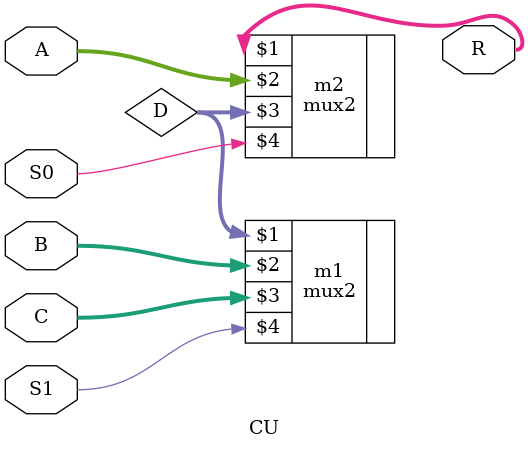
<source format=v>
module CU (A,B,C,S0,S1,R);
input [7:0] A,B,C;
input S0,S1 ;
output [7:0] R;
wire [7:0] D;

mux2 m1(D,B,C,S1);
mux2 m2(R,A,D,S0);

endmodule




</source>
